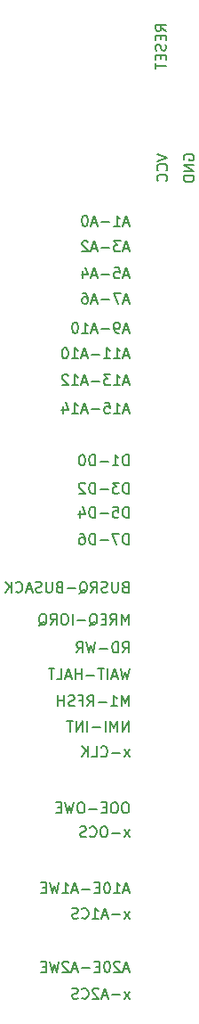
<source format=gbr>
G04 #@! TF.GenerationSoftware,KiCad,Pcbnew,(5.1.8)-1*
G04 #@! TF.CreationDate,2021-01-08T15:23:10-05:00*
G04 #@! TF.ProjectId,z80computer,7a383063-6f6d-4707-9574-65722e6b6963,rev?*
G04 #@! TF.SameCoordinates,Original*
G04 #@! TF.FileFunction,Legend,Bot*
G04 #@! TF.FilePolarity,Positive*
%FSLAX46Y46*%
G04 Gerber Fmt 4.6, Leading zero omitted, Abs format (unit mm)*
G04 Created by KiCad (PCBNEW (5.1.8)-1) date 2021-01-08 15:23:10*
%MOMM*%
%LPD*%
G01*
G04 APERTURE LIST*
%ADD10C,0.150000*%
G04 APERTURE END LIST*
D10*
X230852023Y-40044666D02*
X230375833Y-40044666D01*
X230947261Y-40330380D02*
X230613928Y-39330380D01*
X230280595Y-40330380D01*
X229423452Y-40330380D02*
X229994880Y-40330380D01*
X229709166Y-40330380D02*
X229709166Y-39330380D01*
X229804404Y-39473238D01*
X229899642Y-39568476D01*
X229994880Y-39616095D01*
X228994880Y-39949428D02*
X228232976Y-39949428D01*
X227804404Y-40044666D02*
X227328214Y-40044666D01*
X227899642Y-40330380D02*
X227566309Y-39330380D01*
X227232976Y-40330380D01*
X226709166Y-39330380D02*
X226613928Y-39330380D01*
X226518690Y-39378000D01*
X226471071Y-39425619D01*
X226423452Y-39520857D01*
X226375833Y-39711333D01*
X226375833Y-39949428D01*
X226423452Y-40139904D01*
X226471071Y-40235142D01*
X226518690Y-40282761D01*
X226613928Y-40330380D01*
X226709166Y-40330380D01*
X226804404Y-40282761D01*
X226852023Y-40235142D01*
X226899642Y-40139904D01*
X226947261Y-39949428D01*
X226947261Y-39711333D01*
X226899642Y-39520857D01*
X226852023Y-39425619D01*
X226804404Y-39378000D01*
X226709166Y-39330380D01*
X230899642Y-113736380D02*
X230375833Y-113069714D01*
X230899642Y-113069714D02*
X230375833Y-113736380D01*
X229994880Y-113355428D02*
X229232976Y-113355428D01*
X228804404Y-113450666D02*
X228328214Y-113450666D01*
X228899642Y-113736380D02*
X228566309Y-112736380D01*
X228232976Y-113736380D01*
X227947261Y-112831619D02*
X227899642Y-112784000D01*
X227804404Y-112736380D01*
X227566309Y-112736380D01*
X227471071Y-112784000D01*
X227423452Y-112831619D01*
X227375833Y-112926857D01*
X227375833Y-113022095D01*
X227423452Y-113164952D01*
X227994880Y-113736380D01*
X227375833Y-113736380D01*
X226375833Y-113641142D02*
X226423452Y-113688761D01*
X226566309Y-113736380D01*
X226661547Y-113736380D01*
X226804404Y-113688761D01*
X226899642Y-113593523D01*
X226947261Y-113498285D01*
X226994880Y-113307809D01*
X226994880Y-113164952D01*
X226947261Y-112974476D01*
X226899642Y-112879238D01*
X226804404Y-112784000D01*
X226661547Y-112736380D01*
X226566309Y-112736380D01*
X226423452Y-112784000D01*
X226375833Y-112831619D01*
X225994880Y-113688761D02*
X225852023Y-113736380D01*
X225613928Y-113736380D01*
X225518690Y-113688761D01*
X225471071Y-113641142D01*
X225423452Y-113545904D01*
X225423452Y-113450666D01*
X225471071Y-113355428D01*
X225518690Y-113307809D01*
X225613928Y-113260190D01*
X225804404Y-113212571D01*
X225899642Y-113164952D01*
X225947261Y-113117333D01*
X225994880Y-113022095D01*
X225994880Y-112926857D01*
X225947261Y-112831619D01*
X225899642Y-112784000D01*
X225804404Y-112736380D01*
X225566309Y-112736380D01*
X225423452Y-112784000D01*
X230852023Y-110910666D02*
X230375833Y-110910666D01*
X230947261Y-111196380D02*
X230613928Y-110196380D01*
X230280595Y-111196380D01*
X229994880Y-110291619D02*
X229947261Y-110244000D01*
X229852023Y-110196380D01*
X229613928Y-110196380D01*
X229518690Y-110244000D01*
X229471071Y-110291619D01*
X229423452Y-110386857D01*
X229423452Y-110482095D01*
X229471071Y-110624952D01*
X230042500Y-111196380D01*
X229423452Y-111196380D01*
X228804404Y-110196380D02*
X228709166Y-110196380D01*
X228613928Y-110244000D01*
X228566309Y-110291619D01*
X228518690Y-110386857D01*
X228471071Y-110577333D01*
X228471071Y-110815428D01*
X228518690Y-111005904D01*
X228566309Y-111101142D01*
X228613928Y-111148761D01*
X228709166Y-111196380D01*
X228804404Y-111196380D01*
X228899642Y-111148761D01*
X228947261Y-111101142D01*
X228994880Y-111005904D01*
X229042500Y-110815428D01*
X229042500Y-110577333D01*
X228994880Y-110386857D01*
X228947261Y-110291619D01*
X228899642Y-110244000D01*
X228804404Y-110196380D01*
X228042500Y-110672571D02*
X227709166Y-110672571D01*
X227566309Y-111196380D02*
X228042500Y-111196380D01*
X228042500Y-110196380D01*
X227566309Y-110196380D01*
X227137738Y-110815428D02*
X226375833Y-110815428D01*
X225947261Y-110910666D02*
X225471071Y-110910666D01*
X226042500Y-111196380D02*
X225709166Y-110196380D01*
X225375833Y-111196380D01*
X225090119Y-110291619D02*
X225042500Y-110244000D01*
X224947261Y-110196380D01*
X224709166Y-110196380D01*
X224613928Y-110244000D01*
X224566309Y-110291619D01*
X224518690Y-110386857D01*
X224518690Y-110482095D01*
X224566309Y-110624952D01*
X225137738Y-111196380D01*
X224518690Y-111196380D01*
X224185357Y-110196380D02*
X223947261Y-111196380D01*
X223756785Y-110482095D01*
X223566309Y-111196380D01*
X223328214Y-110196380D01*
X222947261Y-110672571D02*
X222613928Y-110672571D01*
X222471071Y-111196380D02*
X222947261Y-111196380D01*
X222947261Y-110196380D01*
X222471071Y-110196380D01*
X230899642Y-106116380D02*
X230375833Y-105449714D01*
X230899642Y-105449714D02*
X230375833Y-106116380D01*
X229994880Y-105735428D02*
X229232976Y-105735428D01*
X228804404Y-105830666D02*
X228328214Y-105830666D01*
X228899642Y-106116380D02*
X228566309Y-105116380D01*
X228232976Y-106116380D01*
X227375833Y-106116380D02*
X227947261Y-106116380D01*
X227661547Y-106116380D02*
X227661547Y-105116380D01*
X227756785Y-105259238D01*
X227852023Y-105354476D01*
X227947261Y-105402095D01*
X226375833Y-106021142D02*
X226423452Y-106068761D01*
X226566309Y-106116380D01*
X226661547Y-106116380D01*
X226804404Y-106068761D01*
X226899642Y-105973523D01*
X226947261Y-105878285D01*
X226994880Y-105687809D01*
X226994880Y-105544952D01*
X226947261Y-105354476D01*
X226899642Y-105259238D01*
X226804404Y-105164000D01*
X226661547Y-105116380D01*
X226566309Y-105116380D01*
X226423452Y-105164000D01*
X226375833Y-105211619D01*
X225994880Y-106068761D02*
X225852023Y-106116380D01*
X225613928Y-106116380D01*
X225518690Y-106068761D01*
X225471071Y-106021142D01*
X225423452Y-105925904D01*
X225423452Y-105830666D01*
X225471071Y-105735428D01*
X225518690Y-105687809D01*
X225613928Y-105640190D01*
X225804404Y-105592571D01*
X225899642Y-105544952D01*
X225947261Y-105497333D01*
X225994880Y-105402095D01*
X225994880Y-105306857D01*
X225947261Y-105211619D01*
X225899642Y-105164000D01*
X225804404Y-105116380D01*
X225566309Y-105116380D01*
X225423452Y-105164000D01*
X230852023Y-103417666D02*
X230375833Y-103417666D01*
X230947261Y-103703380D02*
X230613928Y-102703380D01*
X230280595Y-103703380D01*
X229423452Y-103703380D02*
X229994880Y-103703380D01*
X229709166Y-103703380D02*
X229709166Y-102703380D01*
X229804404Y-102846238D01*
X229899642Y-102941476D01*
X229994880Y-102989095D01*
X228804404Y-102703380D02*
X228709166Y-102703380D01*
X228613928Y-102751000D01*
X228566309Y-102798619D01*
X228518690Y-102893857D01*
X228471071Y-103084333D01*
X228471071Y-103322428D01*
X228518690Y-103512904D01*
X228566309Y-103608142D01*
X228613928Y-103655761D01*
X228709166Y-103703380D01*
X228804404Y-103703380D01*
X228899642Y-103655761D01*
X228947261Y-103608142D01*
X228994880Y-103512904D01*
X229042500Y-103322428D01*
X229042500Y-103084333D01*
X228994880Y-102893857D01*
X228947261Y-102798619D01*
X228899642Y-102751000D01*
X228804404Y-102703380D01*
X228042500Y-103179571D02*
X227709166Y-103179571D01*
X227566309Y-103703380D02*
X228042500Y-103703380D01*
X228042500Y-102703380D01*
X227566309Y-102703380D01*
X227137738Y-103322428D02*
X226375833Y-103322428D01*
X225947261Y-103417666D02*
X225471071Y-103417666D01*
X226042500Y-103703380D02*
X225709166Y-102703380D01*
X225375833Y-103703380D01*
X224518690Y-103703380D02*
X225090119Y-103703380D01*
X224804404Y-103703380D02*
X224804404Y-102703380D01*
X224899642Y-102846238D01*
X224994880Y-102941476D01*
X225090119Y-102989095D01*
X224185357Y-102703380D02*
X223947261Y-103703380D01*
X223756785Y-102989095D01*
X223566309Y-103703380D01*
X223328214Y-102703380D01*
X222947261Y-103179571D02*
X222613928Y-103179571D01*
X222471071Y-103703380D02*
X222947261Y-103703380D01*
X222947261Y-102703380D01*
X222471071Y-102703380D01*
X230899642Y-98369380D02*
X230375833Y-97702714D01*
X230899642Y-97702714D02*
X230375833Y-98369380D01*
X229994880Y-97988428D02*
X229232976Y-97988428D01*
X228566309Y-97369380D02*
X228375833Y-97369380D01*
X228280595Y-97417000D01*
X228185357Y-97512238D01*
X228137738Y-97702714D01*
X228137738Y-98036047D01*
X228185357Y-98226523D01*
X228280595Y-98321761D01*
X228375833Y-98369380D01*
X228566309Y-98369380D01*
X228661547Y-98321761D01*
X228756785Y-98226523D01*
X228804404Y-98036047D01*
X228804404Y-97702714D01*
X228756785Y-97512238D01*
X228661547Y-97417000D01*
X228566309Y-97369380D01*
X227137738Y-98274142D02*
X227185357Y-98321761D01*
X227328214Y-98369380D01*
X227423452Y-98369380D01*
X227566309Y-98321761D01*
X227661547Y-98226523D01*
X227709166Y-98131285D01*
X227756785Y-97940809D01*
X227756785Y-97797952D01*
X227709166Y-97607476D01*
X227661547Y-97512238D01*
X227566309Y-97417000D01*
X227423452Y-97369380D01*
X227328214Y-97369380D01*
X227185357Y-97417000D01*
X227137738Y-97464619D01*
X226756785Y-98321761D02*
X226613928Y-98369380D01*
X226375833Y-98369380D01*
X226280595Y-98321761D01*
X226232976Y-98274142D01*
X226185357Y-98178904D01*
X226185357Y-98083666D01*
X226232976Y-97988428D01*
X226280595Y-97940809D01*
X226375833Y-97893190D01*
X226566309Y-97845571D01*
X226661547Y-97797952D01*
X226709166Y-97750333D01*
X226756785Y-97655095D01*
X226756785Y-97559857D01*
X226709166Y-97464619D01*
X226661547Y-97417000D01*
X226566309Y-97369380D01*
X226328214Y-97369380D01*
X226185357Y-97417000D01*
X230613928Y-95083380D02*
X230423452Y-95083380D01*
X230328214Y-95131000D01*
X230232976Y-95226238D01*
X230185357Y-95416714D01*
X230185357Y-95750047D01*
X230232976Y-95940523D01*
X230328214Y-96035761D01*
X230423452Y-96083380D01*
X230613928Y-96083380D01*
X230709166Y-96035761D01*
X230804404Y-95940523D01*
X230852023Y-95750047D01*
X230852023Y-95416714D01*
X230804404Y-95226238D01*
X230709166Y-95131000D01*
X230613928Y-95083380D01*
X229566309Y-95083380D02*
X229375833Y-95083380D01*
X229280595Y-95131000D01*
X229185357Y-95226238D01*
X229137738Y-95416714D01*
X229137738Y-95750047D01*
X229185357Y-95940523D01*
X229280595Y-96035761D01*
X229375833Y-96083380D01*
X229566309Y-96083380D01*
X229661547Y-96035761D01*
X229756785Y-95940523D01*
X229804404Y-95750047D01*
X229804404Y-95416714D01*
X229756785Y-95226238D01*
X229661547Y-95131000D01*
X229566309Y-95083380D01*
X228709166Y-95559571D02*
X228375833Y-95559571D01*
X228232976Y-96083380D02*
X228709166Y-96083380D01*
X228709166Y-95083380D01*
X228232976Y-95083380D01*
X227804404Y-95702428D02*
X227042500Y-95702428D01*
X226375833Y-95083380D02*
X226185357Y-95083380D01*
X226090119Y-95131000D01*
X225994880Y-95226238D01*
X225947261Y-95416714D01*
X225947261Y-95750047D01*
X225994880Y-95940523D01*
X226090119Y-96035761D01*
X226185357Y-96083380D01*
X226375833Y-96083380D01*
X226471071Y-96035761D01*
X226566309Y-95940523D01*
X226613928Y-95750047D01*
X226613928Y-95416714D01*
X226566309Y-95226238D01*
X226471071Y-95131000D01*
X226375833Y-95083380D01*
X225613928Y-95083380D02*
X225375833Y-96083380D01*
X225185357Y-95369095D01*
X224994880Y-96083380D01*
X224756785Y-95083380D01*
X224375833Y-95559571D02*
X224042500Y-95559571D01*
X223899642Y-96083380D02*
X224375833Y-96083380D01*
X224375833Y-95083380D01*
X223899642Y-95083380D01*
X230899642Y-90749380D02*
X230375833Y-90082714D01*
X230899642Y-90082714D02*
X230375833Y-90749380D01*
X229994880Y-90368428D02*
X229232976Y-90368428D01*
X228185357Y-90654142D02*
X228232976Y-90701761D01*
X228375833Y-90749380D01*
X228471071Y-90749380D01*
X228613928Y-90701761D01*
X228709166Y-90606523D01*
X228756785Y-90511285D01*
X228804404Y-90320809D01*
X228804404Y-90177952D01*
X228756785Y-89987476D01*
X228709166Y-89892238D01*
X228613928Y-89797000D01*
X228471071Y-89749380D01*
X228375833Y-89749380D01*
X228232976Y-89797000D01*
X228185357Y-89844619D01*
X227280595Y-90749380D02*
X227756785Y-90749380D01*
X227756785Y-89749380D01*
X226947261Y-90749380D02*
X226947261Y-89749380D01*
X226375833Y-90749380D02*
X226804404Y-90177952D01*
X226375833Y-89749380D02*
X226947261Y-90320809D01*
X230804404Y-88336380D02*
X230804404Y-87336380D01*
X230232976Y-88336380D01*
X230232976Y-87336380D01*
X229756785Y-88336380D02*
X229756785Y-87336380D01*
X229423452Y-88050666D01*
X229090119Y-87336380D01*
X229090119Y-88336380D01*
X228613928Y-88336380D02*
X228613928Y-87336380D01*
X228137738Y-87955428D02*
X227375833Y-87955428D01*
X226899642Y-88336380D02*
X226899642Y-87336380D01*
X226423452Y-88336380D02*
X226423452Y-87336380D01*
X225852023Y-88336380D01*
X225852023Y-87336380D01*
X225518690Y-87336380D02*
X224947261Y-87336380D01*
X225232976Y-88336380D02*
X225232976Y-87336380D01*
X230804404Y-85923380D02*
X230804404Y-84923380D01*
X230471071Y-85637666D01*
X230137738Y-84923380D01*
X230137738Y-85923380D01*
X229137738Y-85923380D02*
X229709166Y-85923380D01*
X229423452Y-85923380D02*
X229423452Y-84923380D01*
X229518690Y-85066238D01*
X229613928Y-85161476D01*
X229709166Y-85209095D01*
X228709166Y-85542428D02*
X227947261Y-85542428D01*
X226899642Y-85923380D02*
X227232976Y-85447190D01*
X227471071Y-85923380D02*
X227471071Y-84923380D01*
X227090119Y-84923380D01*
X226994880Y-84971000D01*
X226947261Y-85018619D01*
X226899642Y-85113857D01*
X226899642Y-85256714D01*
X226947261Y-85351952D01*
X226994880Y-85399571D01*
X227090119Y-85447190D01*
X227471071Y-85447190D01*
X226137738Y-85399571D02*
X226471071Y-85399571D01*
X226471071Y-85923380D02*
X226471071Y-84923380D01*
X225994880Y-84923380D01*
X225661547Y-85875761D02*
X225518690Y-85923380D01*
X225280595Y-85923380D01*
X225185357Y-85875761D01*
X225137738Y-85828142D01*
X225090119Y-85732904D01*
X225090119Y-85637666D01*
X225137738Y-85542428D01*
X225185357Y-85494809D01*
X225280595Y-85447190D01*
X225471071Y-85399571D01*
X225566309Y-85351952D01*
X225613928Y-85304333D01*
X225661547Y-85209095D01*
X225661547Y-85113857D01*
X225613928Y-85018619D01*
X225566309Y-84971000D01*
X225471071Y-84923380D01*
X225232976Y-84923380D01*
X225090119Y-84971000D01*
X224661547Y-85923380D02*
X224661547Y-84923380D01*
X224661547Y-85399571D02*
X224090119Y-85399571D01*
X224090119Y-85923380D02*
X224090119Y-84923380D01*
X230899642Y-82383380D02*
X230661547Y-83383380D01*
X230471071Y-82669095D01*
X230280595Y-83383380D01*
X230042500Y-82383380D01*
X229709166Y-83097666D02*
X229232976Y-83097666D01*
X229804404Y-83383380D02*
X229471071Y-82383380D01*
X229137738Y-83383380D01*
X228804404Y-83383380D02*
X228804404Y-82383380D01*
X228471071Y-82383380D02*
X227899642Y-82383380D01*
X228185357Y-83383380D02*
X228185357Y-82383380D01*
X227566309Y-83002428D02*
X226804404Y-83002428D01*
X226328214Y-83383380D02*
X226328214Y-82383380D01*
X226328214Y-82859571D02*
X225756785Y-82859571D01*
X225756785Y-83383380D02*
X225756785Y-82383380D01*
X225328214Y-83097666D02*
X224852023Y-83097666D01*
X225423452Y-83383380D02*
X225090119Y-82383380D01*
X224756785Y-83383380D01*
X223947261Y-83383380D02*
X224423452Y-83383380D01*
X224423452Y-82383380D01*
X223756785Y-82383380D02*
X223185357Y-82383380D01*
X223471071Y-83383380D02*
X223471071Y-82383380D01*
X230232976Y-80843380D02*
X230566309Y-80367190D01*
X230804404Y-80843380D02*
X230804404Y-79843380D01*
X230423452Y-79843380D01*
X230328214Y-79891000D01*
X230280595Y-79938619D01*
X230232976Y-80033857D01*
X230232976Y-80176714D01*
X230280595Y-80271952D01*
X230328214Y-80319571D01*
X230423452Y-80367190D01*
X230804404Y-80367190D01*
X229804404Y-80843380D02*
X229804404Y-79843380D01*
X229566309Y-79843380D01*
X229423452Y-79891000D01*
X229328214Y-79986238D01*
X229280595Y-80081476D01*
X229232976Y-80271952D01*
X229232976Y-80414809D01*
X229280595Y-80605285D01*
X229328214Y-80700523D01*
X229423452Y-80795761D01*
X229566309Y-80843380D01*
X229804404Y-80843380D01*
X228804404Y-80462428D02*
X228042500Y-80462428D01*
X227661547Y-79843380D02*
X227423452Y-80843380D01*
X227232976Y-80129095D01*
X227042500Y-80843380D01*
X226804404Y-79843380D01*
X225852023Y-80843380D02*
X226185357Y-80367190D01*
X226423452Y-80843380D02*
X226423452Y-79843380D01*
X226042500Y-79843380D01*
X225947261Y-79891000D01*
X225899642Y-79938619D01*
X225852023Y-80033857D01*
X225852023Y-80176714D01*
X225899642Y-80271952D01*
X225947261Y-80319571D01*
X226042500Y-80367190D01*
X226423452Y-80367190D01*
X230804404Y-78176380D02*
X230804404Y-77176380D01*
X230471071Y-77890666D01*
X230137738Y-77176380D01*
X230137738Y-78176380D01*
X229090119Y-78176380D02*
X229423452Y-77700190D01*
X229661547Y-78176380D02*
X229661547Y-77176380D01*
X229280595Y-77176380D01*
X229185357Y-77224000D01*
X229137738Y-77271619D01*
X229090119Y-77366857D01*
X229090119Y-77509714D01*
X229137738Y-77604952D01*
X229185357Y-77652571D01*
X229280595Y-77700190D01*
X229661547Y-77700190D01*
X228661547Y-77652571D02*
X228328214Y-77652571D01*
X228185357Y-78176380D02*
X228661547Y-78176380D01*
X228661547Y-77176380D01*
X228185357Y-77176380D01*
X227090119Y-78271619D02*
X227185357Y-78224000D01*
X227280595Y-78128761D01*
X227423452Y-77985904D01*
X227518690Y-77938285D01*
X227613928Y-77938285D01*
X227566309Y-78176380D02*
X227661547Y-78128761D01*
X227756785Y-78033523D01*
X227804404Y-77843047D01*
X227804404Y-77509714D01*
X227756785Y-77319238D01*
X227661547Y-77224000D01*
X227566309Y-77176380D01*
X227375833Y-77176380D01*
X227280595Y-77224000D01*
X227185357Y-77319238D01*
X227137738Y-77509714D01*
X227137738Y-77843047D01*
X227185357Y-78033523D01*
X227280595Y-78128761D01*
X227375833Y-78176380D01*
X227566309Y-78176380D01*
X226709166Y-77795428D02*
X225947261Y-77795428D01*
X225471071Y-78176380D02*
X225471071Y-77176380D01*
X224804404Y-77176380D02*
X224613928Y-77176380D01*
X224518690Y-77224000D01*
X224423452Y-77319238D01*
X224375833Y-77509714D01*
X224375833Y-77843047D01*
X224423452Y-78033523D01*
X224518690Y-78128761D01*
X224613928Y-78176380D01*
X224804404Y-78176380D01*
X224899642Y-78128761D01*
X224994880Y-78033523D01*
X225042500Y-77843047D01*
X225042500Y-77509714D01*
X224994880Y-77319238D01*
X224899642Y-77224000D01*
X224804404Y-77176380D01*
X223375833Y-78176380D02*
X223709166Y-77700190D01*
X223947261Y-78176380D02*
X223947261Y-77176380D01*
X223566309Y-77176380D01*
X223471071Y-77224000D01*
X223423452Y-77271619D01*
X223375833Y-77366857D01*
X223375833Y-77509714D01*
X223423452Y-77604952D01*
X223471071Y-77652571D01*
X223566309Y-77700190D01*
X223947261Y-77700190D01*
X222280595Y-78271619D02*
X222375833Y-78224000D01*
X222471071Y-78128761D01*
X222613928Y-77985904D01*
X222709166Y-77938285D01*
X222804404Y-77938285D01*
X222756785Y-78176380D02*
X222852023Y-78128761D01*
X222947261Y-78033523D01*
X222994880Y-77843047D01*
X222994880Y-77509714D01*
X222947261Y-77319238D01*
X222852023Y-77224000D01*
X222756785Y-77176380D01*
X222566309Y-77176380D01*
X222471071Y-77224000D01*
X222375833Y-77319238D01*
X222328214Y-77509714D01*
X222328214Y-77843047D01*
X222375833Y-78033523D01*
X222471071Y-78128761D01*
X222566309Y-78176380D01*
X222756785Y-78176380D01*
X230471071Y-74604571D02*
X230328214Y-74652190D01*
X230280595Y-74699809D01*
X230232976Y-74795047D01*
X230232976Y-74937904D01*
X230280595Y-75033142D01*
X230328214Y-75080761D01*
X230423452Y-75128380D01*
X230804404Y-75128380D01*
X230804404Y-74128380D01*
X230471071Y-74128380D01*
X230375833Y-74176000D01*
X230328214Y-74223619D01*
X230280595Y-74318857D01*
X230280595Y-74414095D01*
X230328214Y-74509333D01*
X230375833Y-74556952D01*
X230471071Y-74604571D01*
X230804404Y-74604571D01*
X229804404Y-74128380D02*
X229804404Y-74937904D01*
X229756785Y-75033142D01*
X229709166Y-75080761D01*
X229613928Y-75128380D01*
X229423452Y-75128380D01*
X229328214Y-75080761D01*
X229280595Y-75033142D01*
X229232976Y-74937904D01*
X229232976Y-74128380D01*
X228804404Y-75080761D02*
X228661547Y-75128380D01*
X228423452Y-75128380D01*
X228328214Y-75080761D01*
X228280595Y-75033142D01*
X228232976Y-74937904D01*
X228232976Y-74842666D01*
X228280595Y-74747428D01*
X228328214Y-74699809D01*
X228423452Y-74652190D01*
X228613928Y-74604571D01*
X228709166Y-74556952D01*
X228756785Y-74509333D01*
X228804404Y-74414095D01*
X228804404Y-74318857D01*
X228756785Y-74223619D01*
X228709166Y-74176000D01*
X228613928Y-74128380D01*
X228375833Y-74128380D01*
X228232976Y-74176000D01*
X227232976Y-75128380D02*
X227566309Y-74652190D01*
X227804404Y-75128380D02*
X227804404Y-74128380D01*
X227423452Y-74128380D01*
X227328214Y-74176000D01*
X227280595Y-74223619D01*
X227232976Y-74318857D01*
X227232976Y-74461714D01*
X227280595Y-74556952D01*
X227328214Y-74604571D01*
X227423452Y-74652190D01*
X227804404Y-74652190D01*
X226137738Y-75223619D02*
X226232976Y-75176000D01*
X226328214Y-75080761D01*
X226471071Y-74937904D01*
X226566309Y-74890285D01*
X226661547Y-74890285D01*
X226613928Y-75128380D02*
X226709166Y-75080761D01*
X226804404Y-74985523D01*
X226852023Y-74795047D01*
X226852023Y-74461714D01*
X226804404Y-74271238D01*
X226709166Y-74176000D01*
X226613928Y-74128380D01*
X226423452Y-74128380D01*
X226328214Y-74176000D01*
X226232976Y-74271238D01*
X226185357Y-74461714D01*
X226185357Y-74795047D01*
X226232976Y-74985523D01*
X226328214Y-75080761D01*
X226423452Y-75128380D01*
X226613928Y-75128380D01*
X225756785Y-74747428D02*
X224994880Y-74747428D01*
X224185357Y-74604571D02*
X224042500Y-74652190D01*
X223994880Y-74699809D01*
X223947261Y-74795047D01*
X223947261Y-74937904D01*
X223994880Y-75033142D01*
X224042500Y-75080761D01*
X224137738Y-75128380D01*
X224518690Y-75128380D01*
X224518690Y-74128380D01*
X224185357Y-74128380D01*
X224090119Y-74176000D01*
X224042500Y-74223619D01*
X223994880Y-74318857D01*
X223994880Y-74414095D01*
X224042500Y-74509333D01*
X224090119Y-74556952D01*
X224185357Y-74604571D01*
X224518690Y-74604571D01*
X223518690Y-74128380D02*
X223518690Y-74937904D01*
X223471071Y-75033142D01*
X223423452Y-75080761D01*
X223328214Y-75128380D01*
X223137738Y-75128380D01*
X223042500Y-75080761D01*
X222994880Y-75033142D01*
X222947261Y-74937904D01*
X222947261Y-74128380D01*
X222518690Y-75080761D02*
X222375833Y-75128380D01*
X222137738Y-75128380D01*
X222042500Y-75080761D01*
X221994880Y-75033142D01*
X221947261Y-74937904D01*
X221947261Y-74842666D01*
X221994880Y-74747428D01*
X222042500Y-74699809D01*
X222137738Y-74652190D01*
X222328214Y-74604571D01*
X222423452Y-74556952D01*
X222471071Y-74509333D01*
X222518690Y-74414095D01*
X222518690Y-74318857D01*
X222471071Y-74223619D01*
X222423452Y-74176000D01*
X222328214Y-74128380D01*
X222090119Y-74128380D01*
X221947261Y-74176000D01*
X221566309Y-74842666D02*
X221090119Y-74842666D01*
X221661547Y-75128380D02*
X221328214Y-74128380D01*
X220994880Y-75128380D01*
X220090119Y-75033142D02*
X220137738Y-75080761D01*
X220280595Y-75128380D01*
X220375833Y-75128380D01*
X220518690Y-75080761D01*
X220613928Y-74985523D01*
X220661547Y-74890285D01*
X220709166Y-74699809D01*
X220709166Y-74556952D01*
X220661547Y-74366476D01*
X220613928Y-74271238D01*
X220518690Y-74176000D01*
X220375833Y-74128380D01*
X220280595Y-74128380D01*
X220137738Y-74176000D01*
X220090119Y-74223619D01*
X219661547Y-75128380D02*
X219661547Y-74128380D01*
X219090119Y-75128380D02*
X219518690Y-74556952D01*
X219090119Y-74128380D02*
X219661547Y-74699809D01*
X230804404Y-70556380D02*
X230804404Y-69556380D01*
X230566309Y-69556380D01*
X230423452Y-69604000D01*
X230328214Y-69699238D01*
X230280595Y-69794476D01*
X230232976Y-69984952D01*
X230232976Y-70127809D01*
X230280595Y-70318285D01*
X230328214Y-70413523D01*
X230423452Y-70508761D01*
X230566309Y-70556380D01*
X230804404Y-70556380D01*
X229899642Y-69556380D02*
X229232976Y-69556380D01*
X229661547Y-70556380D01*
X228852023Y-70175428D02*
X228090119Y-70175428D01*
X227613928Y-70556380D02*
X227613928Y-69556380D01*
X227375833Y-69556380D01*
X227232976Y-69604000D01*
X227137738Y-69699238D01*
X227090119Y-69794476D01*
X227042500Y-69984952D01*
X227042500Y-70127809D01*
X227090119Y-70318285D01*
X227137738Y-70413523D01*
X227232976Y-70508761D01*
X227375833Y-70556380D01*
X227613928Y-70556380D01*
X226185357Y-69556380D02*
X226375833Y-69556380D01*
X226471071Y-69604000D01*
X226518690Y-69651619D01*
X226613928Y-69794476D01*
X226661547Y-69984952D01*
X226661547Y-70365904D01*
X226613928Y-70461142D01*
X226566309Y-70508761D01*
X226471071Y-70556380D01*
X226280595Y-70556380D01*
X226185357Y-70508761D01*
X226137738Y-70461142D01*
X226090119Y-70365904D01*
X226090119Y-70127809D01*
X226137738Y-70032571D01*
X226185357Y-69984952D01*
X226280595Y-69937333D01*
X226471071Y-69937333D01*
X226566309Y-69984952D01*
X226613928Y-70032571D01*
X226661547Y-70127809D01*
X230804404Y-68016380D02*
X230804404Y-67016380D01*
X230566309Y-67016380D01*
X230423452Y-67064000D01*
X230328214Y-67159238D01*
X230280595Y-67254476D01*
X230232976Y-67444952D01*
X230232976Y-67587809D01*
X230280595Y-67778285D01*
X230328214Y-67873523D01*
X230423452Y-67968761D01*
X230566309Y-68016380D01*
X230804404Y-68016380D01*
X229328214Y-67016380D02*
X229804404Y-67016380D01*
X229852023Y-67492571D01*
X229804404Y-67444952D01*
X229709166Y-67397333D01*
X229471071Y-67397333D01*
X229375833Y-67444952D01*
X229328214Y-67492571D01*
X229280595Y-67587809D01*
X229280595Y-67825904D01*
X229328214Y-67921142D01*
X229375833Y-67968761D01*
X229471071Y-68016380D01*
X229709166Y-68016380D01*
X229804404Y-67968761D01*
X229852023Y-67921142D01*
X228852023Y-67635428D02*
X228090119Y-67635428D01*
X227613928Y-68016380D02*
X227613928Y-67016380D01*
X227375833Y-67016380D01*
X227232976Y-67064000D01*
X227137738Y-67159238D01*
X227090119Y-67254476D01*
X227042500Y-67444952D01*
X227042500Y-67587809D01*
X227090119Y-67778285D01*
X227137738Y-67873523D01*
X227232976Y-67968761D01*
X227375833Y-68016380D01*
X227613928Y-68016380D01*
X226185357Y-67349714D02*
X226185357Y-68016380D01*
X226423452Y-66968761D02*
X226661547Y-67683047D01*
X226042500Y-67683047D01*
X230804404Y-65730380D02*
X230804404Y-64730380D01*
X230566309Y-64730380D01*
X230423452Y-64778000D01*
X230328214Y-64873238D01*
X230280595Y-64968476D01*
X230232976Y-65158952D01*
X230232976Y-65301809D01*
X230280595Y-65492285D01*
X230328214Y-65587523D01*
X230423452Y-65682761D01*
X230566309Y-65730380D01*
X230804404Y-65730380D01*
X229899642Y-64730380D02*
X229280595Y-64730380D01*
X229613928Y-65111333D01*
X229471071Y-65111333D01*
X229375833Y-65158952D01*
X229328214Y-65206571D01*
X229280595Y-65301809D01*
X229280595Y-65539904D01*
X229328214Y-65635142D01*
X229375833Y-65682761D01*
X229471071Y-65730380D01*
X229756785Y-65730380D01*
X229852023Y-65682761D01*
X229899642Y-65635142D01*
X228852023Y-65349428D02*
X228090119Y-65349428D01*
X227613928Y-65730380D02*
X227613928Y-64730380D01*
X227375833Y-64730380D01*
X227232976Y-64778000D01*
X227137738Y-64873238D01*
X227090119Y-64968476D01*
X227042500Y-65158952D01*
X227042500Y-65301809D01*
X227090119Y-65492285D01*
X227137738Y-65587523D01*
X227232976Y-65682761D01*
X227375833Y-65730380D01*
X227613928Y-65730380D01*
X226661547Y-64825619D02*
X226613928Y-64778000D01*
X226518690Y-64730380D01*
X226280595Y-64730380D01*
X226185357Y-64778000D01*
X226137738Y-64825619D01*
X226090119Y-64920857D01*
X226090119Y-65016095D01*
X226137738Y-65158952D01*
X226709166Y-65730380D01*
X226090119Y-65730380D01*
X230804404Y-63063380D02*
X230804404Y-62063380D01*
X230566309Y-62063380D01*
X230423452Y-62111000D01*
X230328214Y-62206238D01*
X230280595Y-62301476D01*
X230232976Y-62491952D01*
X230232976Y-62634809D01*
X230280595Y-62825285D01*
X230328214Y-62920523D01*
X230423452Y-63015761D01*
X230566309Y-63063380D01*
X230804404Y-63063380D01*
X229280595Y-63063380D02*
X229852023Y-63063380D01*
X229566309Y-63063380D02*
X229566309Y-62063380D01*
X229661547Y-62206238D01*
X229756785Y-62301476D01*
X229852023Y-62349095D01*
X228852023Y-62682428D02*
X228090119Y-62682428D01*
X227613928Y-63063380D02*
X227613928Y-62063380D01*
X227375833Y-62063380D01*
X227232976Y-62111000D01*
X227137738Y-62206238D01*
X227090119Y-62301476D01*
X227042500Y-62491952D01*
X227042500Y-62634809D01*
X227090119Y-62825285D01*
X227137738Y-62920523D01*
X227232976Y-63015761D01*
X227375833Y-63063380D01*
X227613928Y-63063380D01*
X226423452Y-62063380D02*
X226328214Y-62063380D01*
X226232976Y-62111000D01*
X226185357Y-62158619D01*
X226137738Y-62253857D01*
X226090119Y-62444333D01*
X226090119Y-62682428D01*
X226137738Y-62872904D01*
X226185357Y-62968142D01*
X226232976Y-63015761D01*
X226328214Y-63063380D01*
X226423452Y-63063380D01*
X226518690Y-63015761D01*
X226566309Y-62968142D01*
X226613928Y-62872904D01*
X226661547Y-62682428D01*
X226661547Y-62444333D01*
X226613928Y-62253857D01*
X226566309Y-62158619D01*
X226518690Y-62111000D01*
X226423452Y-62063380D01*
X230852023Y-57824666D02*
X230375833Y-57824666D01*
X230947261Y-58110380D02*
X230613928Y-57110380D01*
X230280595Y-58110380D01*
X229423452Y-58110380D02*
X229994880Y-58110380D01*
X229709166Y-58110380D02*
X229709166Y-57110380D01*
X229804404Y-57253238D01*
X229899642Y-57348476D01*
X229994880Y-57396095D01*
X228518690Y-57110380D02*
X228994880Y-57110380D01*
X229042500Y-57586571D01*
X228994880Y-57538952D01*
X228899642Y-57491333D01*
X228661547Y-57491333D01*
X228566309Y-57538952D01*
X228518690Y-57586571D01*
X228471071Y-57681809D01*
X228471071Y-57919904D01*
X228518690Y-58015142D01*
X228566309Y-58062761D01*
X228661547Y-58110380D01*
X228899642Y-58110380D01*
X228994880Y-58062761D01*
X229042500Y-58015142D01*
X228042500Y-57729428D02*
X227280595Y-57729428D01*
X226852023Y-57824666D02*
X226375833Y-57824666D01*
X226947261Y-58110380D02*
X226613928Y-57110380D01*
X226280595Y-58110380D01*
X225423452Y-58110380D02*
X225994880Y-58110380D01*
X225709166Y-58110380D02*
X225709166Y-57110380D01*
X225804404Y-57253238D01*
X225899642Y-57348476D01*
X225994880Y-57396095D01*
X224566309Y-57443714D02*
X224566309Y-58110380D01*
X224804404Y-57062761D02*
X225042500Y-57777047D01*
X224423452Y-57777047D01*
X230852023Y-55157666D02*
X230375833Y-55157666D01*
X230947261Y-55443380D02*
X230613928Y-54443380D01*
X230280595Y-55443380D01*
X229423452Y-55443380D02*
X229994880Y-55443380D01*
X229709166Y-55443380D02*
X229709166Y-54443380D01*
X229804404Y-54586238D01*
X229899642Y-54681476D01*
X229994880Y-54729095D01*
X229090119Y-54443380D02*
X228471071Y-54443380D01*
X228804404Y-54824333D01*
X228661547Y-54824333D01*
X228566309Y-54871952D01*
X228518690Y-54919571D01*
X228471071Y-55014809D01*
X228471071Y-55252904D01*
X228518690Y-55348142D01*
X228566309Y-55395761D01*
X228661547Y-55443380D01*
X228947261Y-55443380D01*
X229042500Y-55395761D01*
X229090119Y-55348142D01*
X228042500Y-55062428D02*
X227280595Y-55062428D01*
X226852023Y-55157666D02*
X226375833Y-55157666D01*
X226947261Y-55443380D02*
X226613928Y-54443380D01*
X226280595Y-55443380D01*
X225423452Y-55443380D02*
X225994880Y-55443380D01*
X225709166Y-55443380D02*
X225709166Y-54443380D01*
X225804404Y-54586238D01*
X225899642Y-54681476D01*
X225994880Y-54729095D01*
X225042500Y-54538619D02*
X224994880Y-54491000D01*
X224899642Y-54443380D01*
X224661547Y-54443380D01*
X224566309Y-54491000D01*
X224518690Y-54538619D01*
X224471071Y-54633857D01*
X224471071Y-54729095D01*
X224518690Y-54871952D01*
X225090119Y-55443380D01*
X224471071Y-55443380D01*
X230852023Y-52617666D02*
X230375833Y-52617666D01*
X230947261Y-52903380D02*
X230613928Y-51903380D01*
X230280595Y-52903380D01*
X229423452Y-52903380D02*
X229994880Y-52903380D01*
X229709166Y-52903380D02*
X229709166Y-51903380D01*
X229804404Y-52046238D01*
X229899642Y-52141476D01*
X229994880Y-52189095D01*
X228471071Y-52903380D02*
X229042500Y-52903380D01*
X228756785Y-52903380D02*
X228756785Y-51903380D01*
X228852023Y-52046238D01*
X228947261Y-52141476D01*
X229042500Y-52189095D01*
X228042500Y-52522428D02*
X227280595Y-52522428D01*
X226852023Y-52617666D02*
X226375833Y-52617666D01*
X226947261Y-52903380D02*
X226613928Y-51903380D01*
X226280595Y-52903380D01*
X225423452Y-52903380D02*
X225994880Y-52903380D01*
X225709166Y-52903380D02*
X225709166Y-51903380D01*
X225804404Y-52046238D01*
X225899642Y-52141476D01*
X225994880Y-52189095D01*
X224804404Y-51903380D02*
X224709166Y-51903380D01*
X224613928Y-51951000D01*
X224566309Y-51998619D01*
X224518690Y-52093857D01*
X224471071Y-52284333D01*
X224471071Y-52522428D01*
X224518690Y-52712904D01*
X224566309Y-52808142D01*
X224613928Y-52855761D01*
X224709166Y-52903380D01*
X224804404Y-52903380D01*
X224899642Y-52855761D01*
X224947261Y-52808142D01*
X224994880Y-52712904D01*
X225042500Y-52522428D01*
X225042500Y-52284333D01*
X224994880Y-52093857D01*
X224947261Y-51998619D01*
X224899642Y-51951000D01*
X224804404Y-51903380D01*
X230852023Y-50204666D02*
X230375833Y-50204666D01*
X230947261Y-50490380D02*
X230613928Y-49490380D01*
X230280595Y-50490380D01*
X229899642Y-50490380D02*
X229709166Y-50490380D01*
X229613928Y-50442761D01*
X229566309Y-50395142D01*
X229471071Y-50252285D01*
X229423452Y-50061809D01*
X229423452Y-49680857D01*
X229471071Y-49585619D01*
X229518690Y-49538000D01*
X229613928Y-49490380D01*
X229804404Y-49490380D01*
X229899642Y-49538000D01*
X229947261Y-49585619D01*
X229994880Y-49680857D01*
X229994880Y-49918952D01*
X229947261Y-50014190D01*
X229899642Y-50061809D01*
X229804404Y-50109428D01*
X229613928Y-50109428D01*
X229518690Y-50061809D01*
X229471071Y-50014190D01*
X229423452Y-49918952D01*
X228994880Y-50109428D02*
X228232976Y-50109428D01*
X227804404Y-50204666D02*
X227328214Y-50204666D01*
X227899642Y-50490380D02*
X227566309Y-49490380D01*
X227232976Y-50490380D01*
X226375833Y-50490380D02*
X226947261Y-50490380D01*
X226661547Y-50490380D02*
X226661547Y-49490380D01*
X226756785Y-49633238D01*
X226852023Y-49728476D01*
X226947261Y-49776095D01*
X225756785Y-49490380D02*
X225661547Y-49490380D01*
X225566309Y-49538000D01*
X225518690Y-49585619D01*
X225471071Y-49680857D01*
X225423452Y-49871333D01*
X225423452Y-50109428D01*
X225471071Y-50299904D01*
X225518690Y-50395142D01*
X225566309Y-50442761D01*
X225661547Y-50490380D01*
X225756785Y-50490380D01*
X225852023Y-50442761D01*
X225899642Y-50395142D01*
X225947261Y-50299904D01*
X225994880Y-50109428D01*
X225994880Y-49871333D01*
X225947261Y-49680857D01*
X225899642Y-49585619D01*
X225852023Y-49538000D01*
X225756785Y-49490380D01*
X230852023Y-47410666D02*
X230375833Y-47410666D01*
X230947261Y-47696380D02*
X230613928Y-46696380D01*
X230280595Y-47696380D01*
X230042500Y-46696380D02*
X229375833Y-46696380D01*
X229804404Y-47696380D01*
X228994880Y-47315428D02*
X228232976Y-47315428D01*
X227804404Y-47410666D02*
X227328214Y-47410666D01*
X227899642Y-47696380D02*
X227566309Y-46696380D01*
X227232976Y-47696380D01*
X226471071Y-46696380D02*
X226661547Y-46696380D01*
X226756785Y-46744000D01*
X226804404Y-46791619D01*
X226899642Y-46934476D01*
X226947261Y-47124952D01*
X226947261Y-47505904D01*
X226899642Y-47601142D01*
X226852023Y-47648761D01*
X226756785Y-47696380D01*
X226566309Y-47696380D01*
X226471071Y-47648761D01*
X226423452Y-47601142D01*
X226375833Y-47505904D01*
X226375833Y-47267809D01*
X226423452Y-47172571D01*
X226471071Y-47124952D01*
X226566309Y-47077333D01*
X226756785Y-47077333D01*
X226852023Y-47124952D01*
X226899642Y-47172571D01*
X226947261Y-47267809D01*
X230852023Y-44997666D02*
X230375833Y-44997666D01*
X230947261Y-45283380D02*
X230613928Y-44283380D01*
X230280595Y-45283380D01*
X229471071Y-44283380D02*
X229947261Y-44283380D01*
X229994880Y-44759571D01*
X229947261Y-44711952D01*
X229852023Y-44664333D01*
X229613928Y-44664333D01*
X229518690Y-44711952D01*
X229471071Y-44759571D01*
X229423452Y-44854809D01*
X229423452Y-45092904D01*
X229471071Y-45188142D01*
X229518690Y-45235761D01*
X229613928Y-45283380D01*
X229852023Y-45283380D01*
X229947261Y-45235761D01*
X229994880Y-45188142D01*
X228994880Y-44902428D02*
X228232976Y-44902428D01*
X227804404Y-44997666D02*
X227328214Y-44997666D01*
X227899642Y-45283380D02*
X227566309Y-44283380D01*
X227232976Y-45283380D01*
X226471071Y-44616714D02*
X226471071Y-45283380D01*
X226709166Y-44235761D02*
X226947261Y-44950047D01*
X226328214Y-44950047D01*
X230852023Y-42457666D02*
X230375833Y-42457666D01*
X230947261Y-42743380D02*
X230613928Y-41743380D01*
X230280595Y-42743380D01*
X230042500Y-41743380D02*
X229423452Y-41743380D01*
X229756785Y-42124333D01*
X229613928Y-42124333D01*
X229518690Y-42171952D01*
X229471071Y-42219571D01*
X229423452Y-42314809D01*
X229423452Y-42552904D01*
X229471071Y-42648142D01*
X229518690Y-42695761D01*
X229613928Y-42743380D01*
X229899642Y-42743380D01*
X229994880Y-42695761D01*
X230042500Y-42648142D01*
X228994880Y-42362428D02*
X228232976Y-42362428D01*
X227804404Y-42457666D02*
X227328214Y-42457666D01*
X227899642Y-42743380D02*
X227566309Y-41743380D01*
X227232976Y-42743380D01*
X226947261Y-41838619D02*
X226899642Y-41791000D01*
X226804404Y-41743380D01*
X226566309Y-41743380D01*
X226471071Y-41791000D01*
X226423452Y-41838619D01*
X226375833Y-41933857D01*
X226375833Y-42029095D01*
X226423452Y-42171952D01*
X226994880Y-42743380D01*
X226375833Y-42743380D01*
X236101000Y-34036095D02*
X236053380Y-33940857D01*
X236053380Y-33798000D01*
X236101000Y-33655142D01*
X236196238Y-33559904D01*
X236291476Y-33512285D01*
X236481952Y-33464666D01*
X236624809Y-33464666D01*
X236815285Y-33512285D01*
X236910523Y-33559904D01*
X237005761Y-33655142D01*
X237053380Y-33798000D01*
X237053380Y-33893238D01*
X237005761Y-34036095D01*
X236958142Y-34083714D01*
X236624809Y-34083714D01*
X236624809Y-33893238D01*
X237053380Y-34512285D02*
X236053380Y-34512285D01*
X237053380Y-35083714D01*
X236053380Y-35083714D01*
X237053380Y-35559904D02*
X236053380Y-35559904D01*
X236053380Y-35798000D01*
X236101000Y-35940857D01*
X236196238Y-36036095D01*
X236291476Y-36083714D01*
X236481952Y-36131333D01*
X236624809Y-36131333D01*
X236815285Y-36083714D01*
X236910523Y-36036095D01*
X237005761Y-35940857D01*
X237053380Y-35798000D01*
X237053380Y-35559904D01*
X233513380Y-33464666D02*
X234513380Y-33798000D01*
X233513380Y-34131333D01*
X234418142Y-35036095D02*
X234465761Y-34988476D01*
X234513380Y-34845619D01*
X234513380Y-34750380D01*
X234465761Y-34607523D01*
X234370523Y-34512285D01*
X234275285Y-34464666D01*
X234084809Y-34417047D01*
X233941952Y-34417047D01*
X233751476Y-34464666D01*
X233656238Y-34512285D01*
X233561000Y-34607523D01*
X233513380Y-34750380D01*
X233513380Y-34845619D01*
X233561000Y-34988476D01*
X233608619Y-35036095D01*
X234418142Y-36036095D02*
X234465761Y-35988476D01*
X234513380Y-35845619D01*
X234513380Y-35750380D01*
X234465761Y-35607523D01*
X234370523Y-35512285D01*
X234275285Y-35464666D01*
X234084809Y-35417047D01*
X233941952Y-35417047D01*
X233751476Y-35464666D01*
X233656238Y-35512285D01*
X233561000Y-35607523D01*
X233513380Y-35750380D01*
X233513380Y-35845619D01*
X233561000Y-35988476D01*
X233608619Y-36036095D01*
X234386380Y-21788619D02*
X233910190Y-21455285D01*
X234386380Y-21217190D02*
X233386380Y-21217190D01*
X233386380Y-21598142D01*
X233434000Y-21693380D01*
X233481619Y-21741000D01*
X233576857Y-21788619D01*
X233719714Y-21788619D01*
X233814952Y-21741000D01*
X233862571Y-21693380D01*
X233910190Y-21598142D01*
X233910190Y-21217190D01*
X233862571Y-22217190D02*
X233862571Y-22550523D01*
X234386380Y-22693380D02*
X234386380Y-22217190D01*
X233386380Y-22217190D01*
X233386380Y-22693380D01*
X234338761Y-23074333D02*
X234386380Y-23217190D01*
X234386380Y-23455285D01*
X234338761Y-23550523D01*
X234291142Y-23598142D01*
X234195904Y-23645761D01*
X234100666Y-23645761D01*
X234005428Y-23598142D01*
X233957809Y-23550523D01*
X233910190Y-23455285D01*
X233862571Y-23264809D01*
X233814952Y-23169571D01*
X233767333Y-23121952D01*
X233672095Y-23074333D01*
X233576857Y-23074333D01*
X233481619Y-23121952D01*
X233434000Y-23169571D01*
X233386380Y-23264809D01*
X233386380Y-23502904D01*
X233434000Y-23645761D01*
X233862571Y-24074333D02*
X233862571Y-24407666D01*
X234386380Y-24550523D02*
X234386380Y-24074333D01*
X233386380Y-24074333D01*
X233386380Y-24550523D01*
X233386380Y-24836238D02*
X233386380Y-25407666D01*
X234386380Y-25121952D02*
X233386380Y-25121952D01*
M02*

</source>
